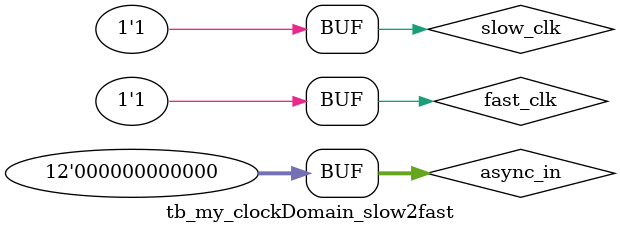
<source format=sv>
`default_nettype none
`timescale 1ns/1ns

module my_clockDomain_slow2fast #(parameter N=1) (
  input logic fast_clk,
  input logic slow_clk,
  input logic [(N-1):0] async_in,
  output logic [(N-1):0] sync_out
);

// Registers for async
logic [(N-1):0] reg1, reg3;

// Registers for enable signal for reg3
logic q1, enable;

always_ff @ (posedge slow_clk) begin
  reg1 <= async_in;
end

always_ff @ (posedge fast_clk) begin
  if(enable) reg3 <= reg1;
end

always_ff @ (posedge fast_clk) begin
  sync_out <= reg3;
end

always_ff @ (negedge fast_clk) begin
  q1 <= slow_clk;
end

always_ff @ (negedge fast_clk) begin
  enable <= q1;
end


endmodule


// Testbench
module tb_my_clockDomain_slow2fast();

logic slow_clk, fast_clk, enable;
logic [11:0] sync_out, async_in, reg3;
my_clockDomain_slow2fast #(.N(12)) slow2fast (
	.slow_clk(slow_clk),
	.fast_clk(fast_clk),
	.sync_out(sync_out),
	.async_in(async_in)
	//.enable(enable),
	//.reg3(reg3)
);

always begin
	fast_clk = 0; #1; fast_clk = 1; #1;
end

always begin
	slow_clk = 0; #6; slow_clk = 1; #6;
end

initial begin
	async_in = 12'h00; #6;
	async_in = 12'hD9; #12;
	async_in = 12'hA7; #12; 
	async_in = 12'h4D; #12;
	async_in = 12'h63; #12;
	async_in = 12'hA0; #12;
	async_in = 12'h00;
end


endmodule

</source>
